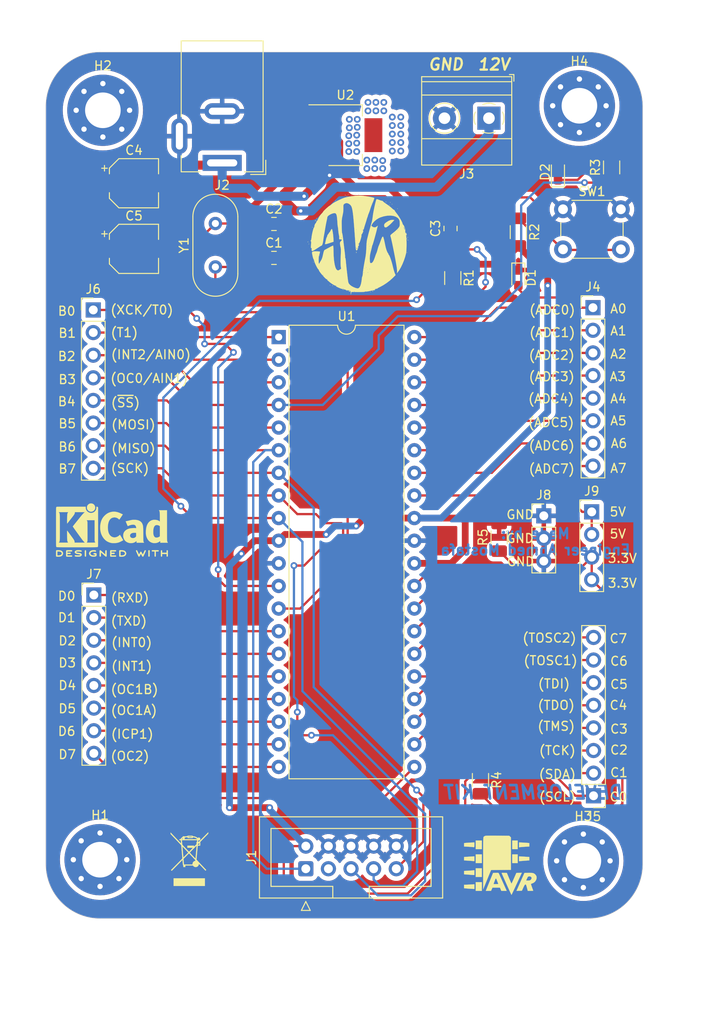
<source format=kicad_pcb>
(kicad_pcb (version 20221018) (generator pcbnew)
  (title_block (title "ATMEGA32 Development Board") (date "2022-02-13") (rev "V01") (company "Valeo") (comment 4 "Auther: Ahmed Mostafa"))
  (layers (0 "F.Cu" signal) (31 "B.Cu" signal) (34 "B.Paste" user) (35 "F.Paste" user) (36 "B.SilkS" user "B.Silkscreen") (37 "F.SilkS" user "F.Silkscreen") (38 "B.Mask" user) (39 "F.Mask" user) (44 "Edge.Cuts" user))
  (net 0 "")
  (net 1 "Net-(C1-Pad1)")
  (net 2 "GND")
  (net 3 "Net-(C2-Pad1)")
  (net 4 "RESET")
  (net 5 "VCCQ")
  (net 6 "VCC")
  (net 7 "Net-(D1-Pad2)")
  (net 8 "Net-(H1-Pad1)")
  (net 9 "Net-(H2-Pad1)")
  (net 10 "Net-(H3-Pad1)")
  (net 11 "Net-(H4-Pad1)")
  (net 12 "B5")
  (net 13 "Net-(J1-Pad3)")
  (net 14 "B7")
  (net 15 "B6")
  (net 16 "A7")
  (net 17 "A6")
  (net 18 "A5")
  (net 19 "A4")
  (net 20 "A3")
  (net 21 "A2")
  (net 22 "A1")
  (net 23 "A0")
  (net 24 "C7")
  (net 25 "C6")
  (net 26 "C5")
  (net 27 "C4")
  (net 28 "C3")
  (net 29 "C2")
  (net 30 "C1")
  (net 31 "C0")
  (net 32 "B4")
  (net 33 "B3")
  (net 34 "B2")
  (net 35 "B1")
  (net 36 "B0")
  (net 37 "D0")
  (net 38 "D1")
  (net 39 "D2")
  (net 40 "D3")
  (net 41 "D4")
  (net 42 "D5")
  (net 43 "D6")
  (net 44 "D7")
  (net 45 "Net-(D2-Pad1)")
  (net 46 "Net-(J9-Pad3)")
  (footprint "Capacitor_SMD:C_0805_2012Metric_Pad1.18x1.45mm_HandSolder" (layer "F.Cu") (at 136.3765 73.152)
    (fp_text reference "C1")
    (fp_text value "22pf")
  )
  (footprint "Capacitor_SMD:C_0805_2012Metric_Pad1.18x1.45mm_HandSolder" (layer "F.Cu") (at 156.21 69.85 90)
    (fp_text reference "C3")
    (fp_text value "100nf")
  )
  (footprint "Capacitor_SMD:CP_Elec_5x5.3" (layer "F.Cu") (at 120.65 64.77)
    (fp_text reference "C4")
    (fp_text value "10uf-25v")
  )
  (footprint "Capacitor_SMD:CP_Elec_5x5.3" (layer "F.Cu") (at 120.65 72.136)
    (fp_text reference "C5")
    (fp_text value "10uf-25v")
  )
  (footprint "MountingHole:MountingHole_4mm_Pad_Via" (layer "F.Cu") (at 116.84 140.716)
    (fp_text reference "H1")
    (fp_text value "MountingHole_Pad")
  )
  (footprint "MountingHole:MountingHole_4mm_Pad_Via" (layer "F.Cu") (at 117.1575 56.5785)
    (fp_text reference "H2")
    (fp_text value "MountingHole_Pad")
  )
  (footprint "MountingHole:MountingHole_4mm_Pad_Via" (layer "F.Cu") (at 171.1325 140.843)
    (fp_text reference "H3")
    (fp_text value "MountingHole_Pad")
  )
  (footprint "MountingHole:MountingHole_4mm_Pad_Via" (layer "F.Cu") (at 170.688 56.0705)
    (fp_text reference "H4")
    (fp_text value "MountingHole_Pad")
  )
  (footprint "Connector_IDC:IDC-Header_2x05_P2.54mm_Vertical" (layer "F.Cu") (at 139.954 141.732 90)
    (fp_text reference "J1")
    (fp_text value "AVR-ISP-10")
  )
  (footprint "TerminalBlock_Phoenix:TerminalBlock_Phoenix_MKDS-1,5-2_1x02_P5.00mm_Horizontal" (layer "F.Cu") (at 160.528 57.4675 180)
    (fp_text reference "J3")
    (fp_text value "Screw_Terminal_01x02")
  )
  (footprint "Connector_PinHeader_2.54mm:PinHeader_1x08_P2.54mm_Vertical" (layer "F.Cu") (at 172.212 78.74)
    (fp_text reference "J4")
    (fp_text value "Conn_01x08_Female")
  )
  (footprint "Connector_PinHeader_2.54mm:PinHeader_1x08_P2.54mm_Vertical" (layer "F.Cu") (at 172.2755 133.5405 180)
    (fp_text reference "J5")
    (fp_text value "Conn_01x08_Female")
  )
  (footprint "Connector_PinHeader_2.54mm:PinHeader_1x08_P2.54mm_Vertical" (layer "F.Cu") (at 116.078 78.994)
    (fp_text reference "J6")
    (fp_text value "Conn_01x08_Female")
  )
  (footprint "Connector_PinHeader_2.54mm:PinHeader_1x08_P2.54mm_Vertical" (layer "F.Cu") (at 116.1415 110.998)
    (fp_text reference "J7")
    (fp_text value "Conn_01x08_Female")
  )
  (footprint "Package_DIP:DIP-40_W15.24mm" (layer "F.Cu") (at 136.906 82.042)
    (fp_text reference "U1")
    (fp_text value "ATmega32A-PU")
  )
  (footprint "Crystal:Crystal_HC49-4H_Vertical" (layer "F.Cu") (at 129.794 74.168 90)
    (fp_text reference "Y1")
    (fp_text value "16MHz")
  )
  (footprint "Package_TO_SOT_SMD:SOT-223-3_TabPin2" (layer "F.Cu") (at 144.399 59.3725)
    (fp_text reference "U2")
    (fp_text value "AMS1117-5.0")
  )
  (footprint "Capacitor_SMD:C_0805_2012Metric_Pad1.18x1.45mm_HandSolder" (layer "F.Cu") (at 136.3765 69.342)
    (fp_text reference "C2")
    (fp_text value "22pf")
  )
  (footprint "Resistor_SMD:R_1206_3216Metric_Pad1.30x1.75mm_HandSolder" (layer "F.Cu") (at 163.83 70.257 -90)
    (fp_text reference "R2")
    (fp_text value "220")
  )
  (footprint "Button_Switch_THT:SW_PUSH_6mm" (layer "F.Cu") (at 168.8465 67.691)
    (fp_text reference "SW1")
    (fp_text value "SW_Push")
  )
  (footprint "Resistor_SMD:R_1206_3216Metric_Pad1.30x1.75mm_HandSolder" (layer "F.Cu") (at 156.464 75.412 -90)
    (fp_text reference "R1")
    (fp_text value "220")
  )
  (footprint "LED_SMD:LED_0603_1608Metric_Pad1.05x0.95mm_HandSolder" (layer "F.Cu") (at 163.83 75.3885 -90)
    (fp_text reference "D1")
    (fp_text value "Red")
  )
  (footprint "footprint_images:IMAGE5" (layer "F.Cu") (at 145.8595 71.5645)
    (fp_text reference "G***" hide)
    (fp_text value "LOGO" hide)
  )
  (footprint "Symbol:WEEE-Logo_4.2x6mm_SilkScreen" (layer "F.Cu") (at 126.873 140.6525)
    (fp_text reference "REF**" hide)
    (fp_text value "WEEE-Logo_4.2x6mm_SilkScreen" hide)
  )
  (footprint "footprint_images:IMAGE3" (layer "F.Cu") (at 161.798 141.351)
    (fp_text reference "G***" hide)
    (fp_text value "LOGO" hide)
  )
  (footprint "LED_SMD:LED_0603_1608Metric_Pad1.05x0.95mm_HandSolder" (layer "F.Cu") (at 168.275 63.514 90)
    (fp_text reference "D2")
    (fp_text value "BLUE")
  )
  (footprint "Resistor_SMD:R_1206_3216Metric_Pad1.30x1.75mm_HandSolder" (layer "F.Cu") (at 174.3075 62.992 90)
    (fp_text reference "R3")
    (fp_text value "220")
  )
  (footprint "Symbol:KiCad-Logo2_5mm_SilkScreen" (layer "F.Cu") (at 118.1735 103.6955)
    (fp_text reference "REF**" hide)
    (fp_text value "KiCad-Logo2_5mm_SilkScreen" hide)
  )
  (footprint "Connector_BarrelJack:BarrelJack_Wuerth_6941xx301002" (layer "F.Cu") (at 130.556 62.484 180)
    (fp_text reference "J2")
    (fp_text value "Barrel_Jack_Switch")
  )
  (footprint "Connector_PinHeader_2.54mm:PinHeader_1x03_P2.54mm_Vertical" (layer "F.Cu") (at 166.6875 102.108)
    (fp_text reference "J8")
    (fp_text value "GND")
  )
  (footprint "Connector_PinHeader_2.54mm:PinHeader_1x04_P2.54mm_Vertical" (layer "F.Cu") (at 172.0705 101.6635)
    (fp_text reference "J9")
    (fp_text value "5V and 3.3V")
  )
  (footprint "Resistor_SMD:R_1206_3216Metric_Pad1.30x1.75mm_HandSolder" (layer "F.Cu") (at 159.5755 131.7625 -90)
    (fp_text reference "R4")
    (fp_text value "R")
  )
  (footprint "Resistor_SMD:R_1206_3216Metric_Pad1.30x1.75mm_HandSolder" (layer "F.Cu") (at 161.671 104.521 90)
    (fp_text reference "R5")
    (fp_text value "R")
  )
  (gr_arc (start 171.704 50.038) (mid 176.014523 51.823477) (end 177.8 56.134) (stroke (width 0.05)) (layer "Edge.Cuts"))
  (gr_arc (start 110.744 56.134) (mid 112.529477 51.823477) (end 116.84 50.038) (stroke (width 0.05)) (layer "Edge.Cuts"))
  (gr_line (start 171.704 147.32) (end 116.84 147.32) (stroke (width 0.05)) (layer "Edge.Cuts"))
  (gr_line (start 110.744 141.224) (end 110.744 141.224) (stroke (width 0.05)) (layer "Edge.Cuts"))
  (gr_arc (start 116.84 147.32) (mid 112.529477 145.534523) (end 110.744 141.224) (stroke (width 0.05)) (layer "Edge.Cuts"))
  (gr_arc (start 177.8 141.224) (mid 176.014523 145.534523) (end 171.704 147.32) (stroke (width 0.05)) (layer "Edge.Cuts"))
  (gr_line (start 110.744 56.134) (end 110.744 141.224) (stroke (width 0.05)) (layer "Edge.Cuts"))
  (gr_line (start 171.704 50.038) (end 116.84 50.038) (stroke (width 0.05)) (layer "Edge.Cuts"))
  (gr_line (start 177.8 56.134) (end 177.8 141.224) (stroke (width 0.05)) (layer "Edge.Cuts"))
  (gr_text "Made by:\nEngineer Ahmed Mostafa" (at 165.735 105.029) (layer "B.Cu") (effects (font (size 1.143 1.143) (thickness 0.254)) (justify mirror)))
  (gr_text "DEVELOBMENT KIT" (at 165.608 133.1595) (layer "B.Cu") (effects (font (size 1.5 1.5) (thickness 0.3) italic) (justify mirror)))
  (gr_text "D7" (at 113.157 128.905) (layer "F.SilkS") (effects (font (size 1 1))))
  (gr_text "(OC2)" (at 120.2055 129.0955) (layer "F.SilkS") (effects (font (size 1 1))))
  (gr_text "(TOSC1)" (at 167.4495 118.364) (layer "F.SilkS") (effects (font (size 1 1))))
  (gr_text "GND" (at 164.0205 104.648) (layer "F.SilkS") (effects (font (size 1 1))))
  (gr_text "C1" (at 175.133 130.937) (layer "F.SilkS") (effects (font (size 1 1))))
  (gr_text "(SCL)" (at 168.2115 133.6675) (layer "F.SilkS") (effects (font (size 1 1))))
  (gr_text "(OC0/AIN1)" (at 122.3645 86.6775) (layer "F.SilkS") (effects (font (size 1 1))))
  (gr_text "A1" (at 175.0695 81.3435) (layer "F.SilkS") (effects (font (size 1 1))))
  (gr_text "D4" (at 113.157 121.158) (layer "F.SilkS") (effects (font (size 1 1))))
  (gr_text "D6" (at 113.0935 126.3015) (layer "F.SilkS") (effects (font (size 1 1))))
  (gr_text "D5" (at 113.157 123.7615) (layer "F.SilkS") (effects (font (size 1 1))))
  (gr_text "B0" (at 113.0935 79.121) (layer "F.SilkS") (effects (font (size 1 1))))
  (gr_text "C7" (at 175.0695 115.8875) (layer "F.SilkS") (effects (font (size 1 1))))
  (gr_text "(INT1)" (at 120.396 118.999) (layer "F.SilkS") (effects (font (size 1 1))))
  (gr_text "(XCK/T0)" (at 121.539 78.994) (layer "F.SilkS") (effects (font (size 1 1))))
  (gr_text "C5" (at 175.133 121.031) (layer "F.SilkS") (effects (font (size 1 1))))
  (gr_text "GND" (at 155.702 51.435) (layer "F.SilkS") (effects (font (size 1.27 1.27) (thickness 0.254) italic)))
  (gr_text "(ADC5)" (at 167.513 91.6305) (layer "F.SilkS") (effects (font (size 1 1))))
  (gr_text "C3" (at 175.133 126.0475) (layer "F.SilkS") (effects (font (size 1 1))))
  (gr_text "3.3V" (at 175.514 106.8705) (layer "F.SilkS") (effects (font (size 1 1))))
  (gr_text "(SDA)" (at 168.2115 131.1275) (layer "F.SilkS") (effects (font (size 1 1))))
  (gr_text "A4" (at 175.0695 88.9635) (layer "F.SilkS") (effects (font (size 1 1))))
  (gr_text "B6" (at 113.157 94.361) (layer "F.SilkS") (effects (font (size 1 1))))
  (gr_text "(TXD)" (at 120.0785 113.919) (layer "F.SilkS") (effects (font (size 1 1))))
  (gr_text "(ADC7)" (at 167.5765 96.8375) (layer "F.SilkS") (effects (font (size 1 1))))
  (gr_text "C0" (at 175.0695 133.6675) (layer "F.SilkS") (effects (font (size 1 1))))
  (gr_text "(TOSC2)" (at 167.3225 115.824) (layer "F.SilkS") (effects (font (size 1 1))))
  (gr_text "(MOSI)" (at 120.5865 91.8845) (layer "F.SilkS") (effects (font (size 1 1))))
  (gr_text "12V" (at 161.0995 51.435) (layer "F.SilkS") (effects (font (size 1.27 1.27) (thickness 0.254) italic)))
  (gr_text "(ICP1)" (at 120.4595 126.619) (layer "F.SilkS") (effects (font (size 1 1))))
  (gr_text "B5" (at 113.157 91.7575) (layer "F.SilkS") (effects (font (size 1 1))))
  (gr_text "A2" (at 175.0695 83.947) (layer "F.SilkS") (effects (font (size 1 1))))
  (gr_text "5V" (at 175.006 104.14) (layer "F.SilkS") (effects (font (size 1 1))))
  (gr_text "(MISO)" (at 120.5865 94.5515) (layer "F.SilkS") (effects (font (size 1 1))))
  (gr_text "(TDI)" (at 167.8305 120.9675) (layer "F.SilkS") (effects (font (size 1 1))))
  (gr_text "(TMS)" (at 168.0845 125.73) (layer "F.SilkS") (effects (font (size 1 1))))
  (gr_text "GND" (at 164.084 107.2515) (layer "F.SilkS") (effects (font (size 1 1))))
  (gr_text "B1" (at 113.157 81.5975) (layer "F.SilkS") (effects (font (size 1 1))))
  (gr_text "(RXD)" (at 120.2055 111.3155) (layer "F.SilkS") (effects (font (size 1 1))))
  (gr_text "(OC1A)" (at 120.65 123.952) (layer "F.SilkS") (effects (font (size 1 1))))
  (gr_text "A0" (at 175.0695 78.867) (layer "F.SilkS") (effects (font (size 1 1))))
  (gr_text "D1" (at 113.0935 113.538) (layer "F.SilkS") (effects (font (size 1 1))))
  (gr_text "5V" (at 175.006 101.6635) (layer "F.SilkS") (effects (font (size 1 1))))
  (gr_text "D0" (at 113.0935 111.125) (layer "F.SilkS") (effects (font (size 1 1))))
  (gr_text "(SCK)" (at 120.2055 96.774) (layer "F.SilkS") (effects (font (size 1 1))))
  (gr_text "(INT0)" (at 120.396 116.332) (layer "F.SilkS") (effects (font (size 1 1))))
  (gr_text "B4" (at 113.0935 89.281) (layer "F.SilkS") (effects (font (size 1 1))))
  (gr_text "(ADC2)" (at 167.5765 84.074) (layer "F.SilkS") (effects (font (size 1 1))))
  (gr_text "(INT2/AIN0)" (at 122.555 84.0105) (layer "F.SilkS") (effects (font (size 1 1))))
  (gr_text "GND" (at 164.0205 101.981) (layer "F.SilkS") (effects (font (size 1 1))))
  (gr_text "D2" (at 113.157 116.1415) (layer "F.SilkS") (effects (font (size 1 1))))
  (gr_text "B7" (at 113.157 96.8375) (layer "F.SilkS") (effects (font (size 1 1))))
  (gr_text "(ADC3)" (at 167.5765 86.487) (layer "F.SilkS") (effects (font (size 1 1))))
  (gr_text "(~{SS})" (at 119.6975 89.408) (layer "F.SilkS") (effects (font (size 1 1))))
  (gr_text "C2" (at 175.133 128.397) (layer "F.SilkS") (effects (font (size 1 1))))
  (gr_text "C4" (at 175.0695 123.3805) (layer "F.SilkS") (effects (font (size 1 1))))
  (gr_text "A3" (at 175.006 86.487) (layer "F.SilkS") (effects (font (size 1 1))))
  (gr_text "A6" (at 175.133 93.98) (layer "F.SilkS") (effects (font (size 1 1))))
  (gr_text "(ADC4)" (at 167.513 88.9635) (layer "F.SilkS") (effects (font (size 1 1))))
  (gr_text "3.3V" (at 175.514 109.6645) (layer "F.SilkS") (effects (font (size 1 1))))
  (gr_text "(ADC1)" (at 167.64 81.534) (layer "F.SilkS") (effects (font (size 1 1))))
  (gr_text "(TDO)" (at 168.0845 123.3805) (layer "F.SilkS") (effects (font (size 1 1))))
  (gr_text "(ADC6)" (at 167.5765 94.234) (layer "F.SilkS") (effects (font (size 1 1))))
  (gr_text "(T1)" (at 119.5705 81.534) (layer "F.SilkS") (effects (font (size 1 1))))
  (gr_text "A7" (at 175.0695 96.774) (layer "F.SilkS") (effects (font (size 1 1))))
  (gr_text "D3" (at 113.157 118.618) (layer "F.SilkS") (effects (font (size 1 1))))
  (gr_text "(TCK)" (at 168.2115 128.4605) (layer "F.SilkS") (effects (font (size 1 1))))
  (gr_text "B2" (at 113.0935 84.201) (layer "F.SilkS") (effects (font (size 1 1))))
  (gr_text "B3" (at 113.157 86.8045) (layer "F.SilkS") (effects (font (size 1 1))))
  (gr_text "(ADC0)" (at 167.64 78.994) (layer "F.SilkS") (effects (font (size 1 1))))
  (gr_text "A5" (at 175.0695 91.44) (layer "F.SilkS") (effects (font (size 1 1))))
  (gr_text "(OC1B)" (at 120.7135 121.6025) (layer "F.SilkS") (effects (font (size 1 1))))
  (gr_text "C6" (at 175.133 118.4275) (layer "F.SilkS") (effects (font (size 1 1))))
  (via (at 150.622 57.3405) (size 0.762) (drill 0.381) (layers "F.Cu" "B.Cu") (net 0))
  (via (at 148.59 62.23) (size 0.762) (drill 0.381) (layers "F.Cu" "B.Cu") (net 0))
  (via (at 145.669 61.214) (size 0.762) (drill 0.381) (layers "F.Cu" "B.Cu") (net 0))
  (via (at 145.7325 58.4835) (size 0.762) (drill 0.381) (layers "F.Cu" "B.Cu") (net 0))
  (via (at 150.622 58.293) (size 0.762) (drill 0.381) (layers "F.Cu" "B.Cu") (net 0))
  (via (at 149.6695 59.2455) (size 0.762) (drill 0.381) (layers "F.Cu" "B.Cu") (net 0))
  (via (at 149.6695 60.198) (size 0.762) (drill 0.381) (layers "F.Cu" "B.Cu") (net 0))
  (via (at 145.7325 57.5945) (size 0.762) (drill 0.381) (layers "F.Cu" "B.Cu") (net 0))
  (via (at 147.828 55.6895) (size 0.762) (drill 0.381) (layers "F.Cu" "B.Cu") (net 0))
  (via (at 149.6695 58.293) (size 0.762) (drill 0.381) (layers "F.Cu" "B.Cu") (net 0))
  (via (at 144.78 59.436) (size 0.762) (drill 0.381) (layers "F.Cu" "B.Cu") (net 0))
  (via (at 150.622 59.2455) (size 0.762) (drill 0.381) (layers "F.Cu" "B.Cu") (net 0))
  (via (at 148.717 55.6895) (size 0.762) (drill 0.381) (layers "F.Cu" "B.Cu") (net 0))
  (via (at 148.59 63.119) (size 0.762) (drill 0.381) (layers "F.Cu" "B.Cu") (net 0))
  (via (at 150.622 60.198) (size 0.762) (drill 0.381) (layers "F.Cu" "B.Cu") (net 0))
  (via (at 145.669 60.2615) (size 0.762) (drill 0.381) (layers "F.Cu" "B.Cu") (net 0))
  (via (at 144.8435 57.5945) (size 0.762) (drill 0.381) (layers "F.Cu" "B.Cu") (net 0))
  (via (at 146.812 63.119) (size 0.762) (drill 0.381) (layers "F.Cu" "B.Cu") (net 0))
  (via (at 144.78 60.325) (size 0.762) (drill 0.381) (layers "F.Cu" "B.Cu") (net 0))
  (via (at 145.669 59.3725) (size 0.762) (drill 0.381) (layers "F.Cu" "B.Cu") (net 0))
  (via (at 146.812 62.1665) (size 0.762) (drill 0.381) (layers "F.Cu" "B.Cu") (net 0))
  (via (at 149.6695 57.3405) (size 0.762) (drill 0.381) (layers "F.Cu" "B.Cu") (net 0))
  (via (at 147.701 63.119) (size 0.762) (drill 0.381) (layers "F.Cu" "B.Cu") (net 0))
  (via (at 146.939 56.642) (size 0.762) (drill 0.381) (layers "F.Cu" "B.Cu") (net 0))
  (via (at 147.701 62.1665) (size 0.762) (drill 0.381) (layers "F.Cu" "B.Cu") (net 0))
  (via (at 144.8435 58.547) (size 0.762) (drill 0.381) (layers "F.Cu" "B.Cu") (net 0))
  (via (at 146.939 55.6895) (size 0.762) (drill 0.381) (layers "F.Cu" "B.Cu") (net 0))
  (via (at 150.622 61.1505) (size 0.762) (drill 0.381) (layers "F.Cu" "B.Cu") (net 0))
  (via (at 144.78 61.214) (size 0.762) (drill 0.381) (layers "F.Cu" "B.Cu") (net 0))
  (via (at 147.828 56.642) (size 0.762) (drill 0.381) (layers "F.Cu" "B.Cu") (net 0))
  (via (at 149.6695 61.1505) (size 0.762) (drill 0.381) (layers "F.Cu" "B.Cu") (net 0))
  (via (at 148.717 56.642) (size 0.762) (drill 0.381) (layers "F.Cu" "B.Cu") (net 0))
  (segment (start 139.192 79.248) (end 144.65301 84.70901) (width 0.254) (layer "F.Cu") (net 1))
  (segment (start 144.65301 107.18801) (end 139.31902 112.522) (width 0.254) (layer "F.Cu") (net 1))
  (segment (start 129.794 74.168) (end 134.323 74.168) (width 0.254) (layer "F.Cu") (net 1))
  (segment (start 139.31902 112.522) (end 136.906 112.522) (width 0.254) (layer "F.Cu") (net 1))
  (segment (start 134.323 74.168) (end 135.339 73.152) (width 0.254) (layer "F.Cu") (net 1))
  (segment (start 129.794 74.168) (end 129.794 76.962) (width 0.254) (layer "F.Cu") (net 1))
  (segment (start 144.65301 84.70901) (end 144.65301 107.18801) (width 0.254) (layer "F.Cu") (net 1))
  (segment (start 132.08 79.248) (end 139.192 79.248) (width 0.254) (layer "F.Cu") (net 1))
  (segment (start 129.794 76.962) (end 132.08 79.248) (width 0.254) (layer "F.Cu") (net 1))
  (via (at 142.621 63.881) (size 0.762) (drill 0.381) (layers "F.Cu" "B.Cu") (net 2))
  (segment (start 130.1115 108.1405) (end 130.1115 109.22) (width 0.254) (layer "F.Cu") (net 3))
  (segment (start 129.794 69.288) (end 125.603 73.479) (width 0.254) (layer "F.Cu") (net 3))
  (segment (start 129.794 69.288) (end 132.515 69.288) (width 0.254) (layer "F.Cu") (net 3))
  (segment (start 130.8735 109.982) (end 136.906 109.982) (width 0.254) (layer "F.Cu") (net 3))
  (segment (start 125.603 77.851) (end 127.6985 79.9465) (width 0.254) (layer "F.Cu") (net 3))
  (segment (start 134.704 68.707) (end 135.339 69.342) (width 0.254) (layer "F.Cu") (net 3))
  (segment (start 133.096 68.707) (end 134.704 68.707) (width 0.254) (layer "F.Cu") (net 3))
  (segment (start 125.603 73.479) (end 125.603 77.851) (width 0.254) (layer "F.Cu") (net 3))
  (segment (start 130.1115 109.22) (end 130.8735 109.982) (width 0.254) (layer "F.Cu") (net 3))
  (segment (start 130.8735 82.804) (end 131.826 83.7565) (width 0.254) (layer "F.Cu") (net 3))
  (segment (start 128.5875 82.804) (end 130.8735 82.804) (width 0.254) (layer "F.Cu") (net 3))
  (segment (start 132.515 69.288) (end 133.096 68.707) (width 0.254) (layer "F.Cu") (net 3))
  (via (at 131.826 83.7565) (size 0.762) (drill 0.381) (layers "F.Cu" "B.Cu") (net 3))
  (via (at 127.6985 79.9465) (size 0.762) (drill 0.381) (layers "F.Cu" "B.Cu") (net 3))
  (via (at 128.5875 82.804) (size 0.762) (drill 0.381) (layers "F.Cu" "B.Cu") (net 3))
  (via (at 130.1115 108.1405) (size 0.762) (drill 0.381) (layers "F.Cu" "B.Cu") (net 3))
  (segment (start 131.826 83.7565) (end 130.1115 85.471) (width 0.254) (layer "B.Cu") (net 3))
  (segment (start 127.6985 79.9465) (end 128.5875 80.8355) (width 0.254) (layer "B.Cu") (net 3))
  (segment (start 130.1115 85.471) (end 130.1115 108.1405) (width 0.254) (layer "B.Cu") (net 3))
  (segment (start 128.5875 80.8355) (end 128.5875 82.804) (width 0.254) (layer "B.Cu") (net 3))
  (segment (start 160.147 76.3905) (end 160.147 75.8825) (width 0.254) (layer "F.Cu") (net 4))
  (segment (start 159.512 70.358) (end 158.9825 70.8875) (width 0.254) (layer "F.Cu") (net 4))
  (segment (start 156.21 71.882) (end 156.21 70.8875) (width 0.254) (layer "F.Cu") (net 4))
  (segment (start 168.8465 72.2545) (end 165.7985 69.2065) (width 0.254) (layer "F.Cu") (net 4))
  (segment (start 165.7985 66.9925) (end 165.1635 66.3575) (width 0.254) (layer "F.Cu") (net 4))
  (segment (start 127.254 102.362) (end 125.9205 101.0285) (width 0.254) (layer "F.Cu") (net 4))
  (segment (start 175.3465 72.2545) (end 168.8465 72.2545) (width 0.254) (layer "F.Cu") (net 4))
  (segment (start 156.464 76.962) (end 159.5755 76.962) (width 0.254) (layer "F.Cu") (net 4))
  (segment (start 153.289 76.962) (end 156.464 76.962) (width 0.254) (layer "F.Cu") (net 4))
  (segment (start 165.7985 69.2065) (end 165.7985 66.9925) (width 0.254) (layer "F.Cu") (net 4))
  (segment (start 165.1635 66.3575) (end 160.8455 66.3575) (width 0.254) (layer "F.Cu") (net 4))
  (segment (start 152.4 77.851) (end 153.289 76.962) (width 0.254) (layer "F.Cu") (net 4))
  (segment (start 160.8455 66.3575) (end 159.512 67.691) (width 0.254) (layer "F.Cu") (net 4))
  (segment (start 159.1945 72.1995) (end 156.5275 72.1995) (width 0.254) (layer "F.Cu") (net 4))
  (segment (start 156.5275 72.1995) (end 156.21 71.882) (width 0.254) (layer "F.Cu") (net 4))
  (segment (start 159.5755 76.962) (end 160.147 76.3905) (width 0.254) (layer "F.Cu") (net 4))
  (segment (start 136.906 102.362) (end 127.254 102.362) (width 0.254) (layer "F.Cu") (net 4))
  (segment (start 158.9825 70.8875) (end 156.21 70.8875) (width 0.254) (layer "F.Cu") (net 4))
  (segment (start 159.512 67.691) (end 159.512 70.358) (width 0.254) (layer "F.Cu") (net 4))
  (via (at 125.9205 101.0285) (size 0.762) (drill 0.381) (layers "F.Cu" "B.Cu") (net 4))
  (via (at 152.4 77.851) (size 0.762) (drill 0.381) (layers "F.Cu" "B.Cu") (net 4))
  (via (at 159.1945 72.1995) (size 0.762) (drill 0.381) (layers "F.Cu" "B.Cu") (net 4))
  (via (at 160.147 75.8825) (size 0.762) (drill 0.381) (layers "F.Cu" "B.Cu") (net 4))
  (segment (start 151.765 144.7165) (end 153.3525 143.129) (width 0.254) (layer "B.Cu") (net 4))
  (segment (start 160.147 73.152) (end 159.1945 72.1995) (width 0.254) (layer "B.Cu") (net 4))
  (segment (start 139.573 105.029) (end 136.906 102.362) (width 0.254) (layer "B.Cu") (net 4))
  (segment (start 160.147 75.8825) (end 160.147 73.152) (width 0.254) (layer "B.Cu") (net 4))
  (segment (start 134.8105 77.978) (end 152.273 77.978) (width 0.254) (layer "B.Cu") (net 4))
  (segment (start 148.0185 144.7165) (end 151.765 144.7165) (width 0.254) (layer "B.Cu") (net 4))
  (segment (start 139.573 121.793) (end 139.573 105.029) (width 0.254) (layer "B.Cu") (net 4))
  (segment (start 123.952 88.8365) (end 134.8105 77.978) (width 0.254) (layer "B.Cu") (net 4))
  (segment (start 153.3525 143.129) (end 153.3525 135.5725) (width 0.254) (layer "B.Cu") (net 4))
  (segment (start 125.9205 101.0285) (end 123.952 99.06) (width 0.254) (layer "B.Cu") (net 4))
  (segment (start 153.3525 135.5725) (end 139.573 121.793) (width 0.254) (layer "B.Cu") (net 4))
  (segment (start 152.273 77.978) (end 152.4 77.851) (width 0.254) (layer "B.Cu") (net 4))
  (segment (start 123.952 99.06) (end 123.952 88.8365) (width 0.254) (layer "B.Cu") (net 4))
  (segment (start 145.034 141.732) (end 148.0185 144.7165) (width 0.254) (layer "B.Cu") (net 4))
  (segment (start 138.7475 67.8815) (end 137.4775 66.6115) (width 1.016) (layer "F.Cu") (net 5))
  (segment (start 139.319 61.976) (end 139.6225 61.6725) (width 1.016) (layer "F.Cu") (net 5))
  (segment (start 118.45 64.77) (end 120.482 62.738) (width 1.016) (layer "F.Cu") (net 5))
  (segment (start 137.4775 66.6115) (end 137.4775 65.9765) (width 1.016) (layer "F.Cu") (net 5))
  (segment (start 139.319 64.135) (end 139.319 61.976) (width 1.016) (layer "F.Cu") (net 5))
  (segment (start 141.249 61.6725) (end 141.249 64.745) (width 1.016) (layer "F.Cu") (net 5))
  (segment (start 139.3825 67.8815) (end 138.7475 67.8815) (width 1.016) (layer "F.Cu") (net 5))
  (segment (start 139.6225 61.6725) (end 141.249 61.6725) (width 1.016) (layer "F.Cu") (net 5))
  (segment (start 130.302 62.738) (end 130.556 62.484) (width 1.016) (layer "F.Cu") (net 5))
  (segment (start 137.4775 65.9765) (end 139.319 64.135) (width 1.016) (layer "F.Cu") (net 5))
  (segment (start 141.249 64.745) (end 139.7635 66.2305) (width 1.016) (layer "F.Cu") (net 5))
  (segment (start 120.482 62.738) (end 130.302 62.738) (width 1.016) (layer "F.Cu") (net 5))
  (via (at 139.3825 67.8815) (size 0.762) (drill 0.381) (layers "F.Cu" "B.Cu") (net 5))
  (via (at 139.7635 66.2305) (size 0.762) (drill 0.381) (layers "F.Cu" "B.Cu") (net 5))
  (segment (start 139.7635 66.2305) (end 134.4295 66.2305) (width 1.016) (layer "B.Cu") (net 5))
  (segment (start 140.589 67.8815) (end 139.3825 67.8815) (width 1.016) (layer "B.Cu") (net 5))
  (segment (start 143.256 65.2145) (end 140.589 67.8815) (width 1.016) (layer "B.Cu") (net 5))
  (segment (start 130.556 65.151) (end 130.556 62.484) (width 1.016) (layer "B.Cu") (net 5))
  (segment (start 160.528 57.4675) (end 160.528 59.309) (width 1.016) (layer "B.Cu") (net 5))
  (segment (start 130.7465 65.3415) (end 130.556 65.151) (width 1.016) (layer "B.Cu") (net 5))
  (segment (start 154.6225 65.2145) (end 143.256 65.2145) (width 1.016) (layer "B.Cu") (net 5))
  (segment (start 133.5405 65.3415) (end 130.7465 65.3415) (width 1.016) (layer "B.Cu") (net 5))
  (segment (start 134.4295 66.2305) (end 133.5405 65.3415) (width 1.016) (layer "B.Cu") (net 5))
  (segment (start 160.528 59.309) (end 154.6225 65.2145) (width 1.016) (layer "B.Cu") (net 5))
  (segment (start 157.861 138.049) (end 151.384 144.526) (width 0.254) (layer "F.Cu") (net 6))
  (segment (start 152.146 102.362) (end 146.4945 102.362) (width 0.762) (layer "F.Cu") (net 6))
  (segment (start 146.4945 102.362) (end 145.6055 103.251) (width 0.762) (layer "F.Cu") (net 6))
  (segment (start 157.861 102.743) (end 157.48 102.362) (width 0.762) (layer "F.Cu") (net 6))
  (segment (start 167.132 76.2635) (end 167.132 75.109) (width 0.762) (layer "F.Cu") (net 6))
  (segment (start 161.775 73.862) (end 163.83 71.807) (width 0.762) (layer "F.Cu") (net 6))
  (segment (start 142.24 104.2035) (end 137.6045 104.2035) (width 0.762) (layer "F.Cu") (net 6))
  (segment (start 154.4435 73.862) (end 156.464 73.862) (width 0.762) (layer "F.Cu") (net 6))
  (segment (start 143.011 59.3725) (end 143.763999 60.125499) (width 0.762) (layer "F.Cu") (net 6))
  (segment (start 171.0055 101.6635) (end 168.8465 99.5045) (width 0.254) (layer "F.Cu") (net 6))
  (segment (start 156.2735 107.442) (end 157.861 105.8545) (width 0.762) (layer "F.Cu") (net 6))
  (segment (start 151.384 144.526) (end 137.9855 144.526) (width 0.254) (layer "F.Cu") (net 6))
  (segment (start 172.0705 104.2035) (end 172.0705 101.6635) (width 0.254) (layer "F.Cu") (net 6))
  (segment (start 157.861 131.927) (end 157.861 138.049) (width 0.254) (layer "F.Cu") (net 6))
  (segment (start 159.51199 100.33001) (end 157.48 102.362) (width 0.254) (layer "F.Cu") (net 6))
  (segment (start 134.1755 104.902) (end 136.906 104.902) (width 0.762) (layer "F.Cu") (net 6))
  (segment (start 137.4775 144.018) (end 137.4775 139.827) (width 0.254) (layer "F.Cu") (net 6))
  (segment (start 143.763999 60.125499) (end 143.763999 63.499999) (width 0.762) (layer "F.Cu") (net 6))
  (segment (start 134.0485 67.3735) (end 123.2125 67.3735) (width 0.762) (layer "F.Cu") (net 6))
  (segment (start 136.779 62.0805) (end 136.779 64.643) (width 0.762) (layer "F.Cu") (net 6))
  (segment (start 136.779 64.643) (end 134.0485 67.3735) (width 0.762) (layer "F.Cu") (net 6))
  (segment (start 132.715 106.3625) (end 134.1755 104.902) (width 0.762) (layer "F.Cu") (net 6))
  (segment (start 138.1125 139.192) (end 139.954 139.192) (width 0.254) (layer "F.Cu") (net 6))
  (segment (start 172.0705 101.6635) (end 171.0055 101.6635) (width 0.254) (layer "F.Cu") (net 6))
  (segment (start 149.2885 65.2145) (end 153.035 68.961) (width 0.762) (layer "F.Cu") (net 6))
  (segment (start 167.132 75.109) (end 163.83 71.807) (width 0.762) (layer "F.Cu") (net 6))
  (segment (start 137.9855 144.526) (end 137.4775 144.018) (width 0.254) (layer "F.Cu") (net 6))
  (segment (start 141.249 59.3725) (end 139.487 59.3725) (width 0.762) (layer "F.Cu") (net 6))
  (segment (start 137.6045 104.2035) (end 136.906 104.902) (width 0.762) (layer "F.Cu") (net 6))
  (segment (start 141.249 59.3725) (end 143.011 59.3725) (width 0.762) (layer "F.Cu") (net 6))
  (segment (start 153.035 72.4535) (end 154.4435 73.862) (width 0.762) (layer "F.Cu") (net 6))
  (segment (start 143.763999 63.499999) (end 145.4785 65.2145) (width 0.762) (layer "F.Cu") (net 6))
  (segment (start 157.861 105.8545) (end 157.861 102.743) (width 0.762) (layer "F.Cu") (net 6))
  (segment (start 135.89 134.874) (end 131.3815 134.874) (width 0.762) (layer "F.Cu") (net 6))
  (segment (start 123.2125 67.3735) (end 118.45 72.136) (width 0.762) (layer "F.Cu") (net 6))
  (segment (start 145.4785 65.2145) (end 149.2885 65.2145) (width 0.762) (layer "F.Cu") (net 6))
  (segment (start 168.02099 100.33001) (end 159.51199 100.33001) (width 0.254) (layer "F.Cu") (net 6))
  (segment (start 156.464 73.862) (end 161.775 73.862) (width 0.762) (layer "F.Cu") (net 6))
  (segment (start 159.5755 130.2125) (end 157.861 131.927) (width 0.254) (layer "F.Cu") (net 6))
  (segment (start 139.487 59.3725) (end 136.779 62.0805) (width 0.762) (layer "F.Cu") (net 6))
  (segment (start 137.414 104.394) (end 136.906 104.902) (width 0.254) (layer "F.Cu") (net 6))
  (segment (start 168.8465 99.5045) (end 168.02099 100.33001) (width 0.254) (layer "F.Cu") (net 6))
  (segment (start 157.48 102.362) (end 152.146 102.362) (width 0.762) (layer "F.Cu") (net 6))
  (segment (start 137.4775 139.827) (end 138.1125 139.192) (width 0.254) (layer "F.Cu") (net 6))
  (segment (start 152.146 107.442) (end 156.2735 107.442) (width 0.762) (layer "F.Cu") (net 6))
  (segment (start 153.035 68.961) (end 153.035 72.4535) (width 0.762) (layer "F.Cu") (net 6))
  (via (at 145.6055 103.251) (size 0.762) (drill 0.381) (layers "F.Cu" "B.Cu") (net 6))
  (via (at 135.89 134.874) (size 0.762) (drill 0.381) (layers "F.Cu" "B.Cu") (net 6))
  (via (at 142.24 104.2035) (size 0.762) (drill 0.381) (layers "F.Cu" "B.Cu") (net 6))
  (via (at 132.715 106.3625) (size 0.762) (drill 0.381) (layers "F.Cu" "B.Cu") (net 6))
  (via (at 131.3815 134.874) (size 0.762) (drill 0.381) (layers "F.Cu" "B.Cu") (net 6))
  (via (at 167.132 76.2635) (size 0.762) (drill 0.381) (layers "F.Cu" "B.Cu") (net 6))
  (segment (start 131.3815 134.874) (end 131.3815 107.696) (width 0.762) (layer "B.Cu") (net 6))
  (segment (start 143.1925 103.251) (end 142.24 104.2035) (width 0.762) (layer "B.Cu") (net 6))
  (segment (start 145.6055 103.251) (end 143.1925 103.251) (width 0.762) (layer "B.Cu") (net 6))
  (segment (start 152.146 102.362) (end 155.194 102.362) (width 0.762) (layer "B.Cu") (net 6))
  (segment (start 155.194 102.362) (end 167.132 90.424) (width 0.762) (layer "B.Cu") (net 6))
  (segment (start 135.89 135.128) (end 135.89 134.874) (width 0.254) (layer "B.Cu") (net 6))
  (segment (start 139.954 139.192) (end 135.89 135.128) (width 0.762) (layer "B.Cu") (net 6))
  (segment (start 131.3815 107.696) (end 132.715 106.3625) (width 0.762) (layer "B.Cu") (net 6))
  (segment (start 167.132 90.424) (end 167.132 76.2635) (width 0.762) (layer "B.Cu") (net 6))
  (segment (start 164.7825 77.597) (end 168.148 77.597) (width 0.254) (layer "F.Cu") (net 7))
  (segment (start 166.0525 72.1995) (end 166.0525 70.9295) (width 0.254) (layer "F.Cu") (net 7))
  (segment (start 163.83 76.2635) (end 163.83 76.6445) (width 0.254) (layer "F.Cu") (net 7))
  (segment (start 168.148 77.597) (end 168.91 76.835) (width 0.254) (layer "F.Cu") (net 7))
  (segment (start 168.91 76.835) (end 168.91 75.057) (width 0.254) (layer "F.Cu") (net 7))
  (segment (start 163.83 76.6445) (end 164.7825 77.597) (width 0.254) (layer "F.Cu") (net 7))
  (segment (start 168.91 75.057) (end 166.0525 72.1995) (width 0.254) (layer "F.Cu") (net 7))
  (segment (start 166.0525 70.9295) (end 163.83 68.707) (width 0.254) (layer "F.Cu") (net 7))
  (segment (start 116.078 91.694) (end 124.2695 91.694) (width 0.254) (layer "F.Cu") (net 12))
  (segment (start 124.2695 91.694) (end 127.3175 94.742) (width 0.254) (layer "F.Cu") (net 12))
  (segment (start 127.3175 94.742) (end 136.906 94.742) (width 0.254) (layer "F.Cu") (net 12))
  (segment (start 135.382 94.742) (end 136.906 94.742) (width 0.254) (layer "B.Cu") (net 12))
  (segment (start 134.0485 96.0755) (end 135.382 94.742) (width 0.254) (layer "B.Cu") (net 12))
  (segment (start 134.0485 140.208) (end 134.0485 96.0755) (width 0.254) (layer "B.Cu") (net 12))
  (segment (start 139.954 141.732) (end 135.5725 141.732) (width 0.254) (layer "B.Cu") (net 12))
  (segment (start 135.5725 141.732) (end 134.0485 140.208) (width 0.254) (layer "B.Cu") (net 12))
  (segment (start 141.097 101.9175) (end 139.0015 101.9175) (width 0.254) (layer "F.Cu") (net 14))
  (segment (start 143.129 105.3465) (end 144.145 104.3305) (width 0.254) (layer "F.Cu") (net 14))
  (segment (start 144.145 104.3305) (end 144.145 103.124) (width 0.254) (layer "F.Cu") (net 14))
  (segment (start 123.825 96.774) (end 126.873 99.822) (width 0.254) (layer "F.Cu") (net 14))
  (segment (start 139.0015 126.0475) (end 139.0015 124.1425) (width 0.254) (layer "F.Cu") (net 14))
  (segment (start 116.078 96.774) (end 123.825 96.774) (width 0.254) (layer "F.Cu") (net 14))
  (segment (start 142.113 102.9335) (end 141.097 101.9175) (width 0.254) (layer "F.Cu") (net 14))
  (segment (start 138.6205 107.696) (end 139.7635 107.696) (width 0.254) (layer "F.Cu") (net 14))
  (segment (start 126.873 99.822) (end 136.906 99.822) (width 0.254) (layer "F.Cu") (net 14))
  (segment (start 143.9545 102.9335) (end 142.113 102.9335) (width 0.254) (layer "F.Cu") (net 14))
  (segment (start 139.0015 101.9175) (end 136.906 99.822) (width 0.254) (layer "F.Cu") (net 14))
  (segment (start 139.7635 107.696) (end 142.113 105.3465) (width 0.254) (layer "F.Cu") (net 14))
  (segment (start 140.589 126.746) (end 139.7 126.746) (width 0.254) (layer "F.Cu") (net 14))
  (segment (start 142.113 105.3465) (end 143.129 105.3465) (width 0.254) (layer "F.Cu") (net 14))
  (segment (start 139.7 126.746) (end 139.0015 126.0475) (width 0.254) (layer "F.Cu") (net 14))
  (segment (start 144.145 103.124) (end 143.9545 102.9335) (width 0.254) (layer "F.Cu") (net 14))
  (via (at 140.589 126.746) (size 0.762) (drill 0.381) (layers "F.Cu" "B.Cu") (net 14))
  (via (at 138.6205 107.696) (size 0.762) (drill 0.381) (layers "F.Cu" "B.Cu") (net 14))
  (via (at 139.0015 124.1425) (size 0.762) (drill 0.381) (layers "F.Cu" "B.Cu") (net 14))
  (segment (start 138.6205 122.428) (end 138.6205 107.696) (width 0.254) (layer "B.Cu") (net 14))
  (segment (start 152.4635 142.0495) (end 152.4635 136.2075) (width 0.254) (layer "B.Cu") (net 14))
  (segment (start 147.574 142.9385) (end 148.2725 143.637) (width 0.254) (layer "B.Cu") (net 14))
  (segment (start 152.4635 136.2075) (end 143.002 126.746) (width 0.254) (layer "B.Cu") (net 14))
  (segment (start 148.2725 143.637) (end 150.876 143.637) (width 0.254) (layer "B.Cu") (net 14))
  (segment (start 139.0015 122.809) (end 138.6205 122.428) (width 0.254) (layer "B.Cu") (net 14))
  (segment (start 139.0015 124.1425) (end 139.0015 122.809) (width 0.254) (layer "B.Cu") (net 14))
  (segment (start 150.876 143.637) (end 152.4635 142.0495) (width 0.254) (layer "B.Cu") (net 14))
  (segment (start 147.574 141.732) (end 147.574 142.9385) (width 0.254) (layer "B.Cu") (net 14))
  (segment (start 143.002 126.746) (end 140.589 126.746) (width 0.254) (layer "B.Cu") (net 14))
  (segment (start 153.162 138.684) (end 153.162 133.6675) (width 0.254) (layer "F.Cu") (net 15))
  (segment (start 127.1905 97.282) (end 136.906 97.282) (width 0.254) (layer "F.Cu") (net 15))
  (segment (start 124.1425 94.234) (end 127.1905 97.282) (width 0.254) (layer "F.Cu") (net 15))
  (segment (start 150.114 141.732) (end 153.162 138.684) (width 0.254) (layer "F.Cu") (net 15))
  (segment (start 116.078 94.234) (end 124.1425 94.234) (width 0.254) (layer "F.Cu") (net 15))
  (segment (start 153.162 133.6675) (end 152.4 132.9055) (width 0.254) (layer "F.Cu") (net 15))
  (via (at 152.4 132.9055) (size 0.762) (drill 0.381) (layers "F.Cu" "B.Cu") (net 15))
  (segment (start 140.843 101.219) (end 136.906 97.282) (width 0.254) (layer "B.Cu") (net 15))
  (segment (start 152.4 132.9055) (end 140.843 121.3485) (width 0.254) (layer "B.Cu") (net 15))
  (segment (start 140.843 121.3485) (end 140.843 101.219) (width 0.254) (layer "B.Cu") (net 15))
  (segment (start 160.9725 99.822) (end 152.146 99.822) (width 0.254) (layer "F.Cu") (net 16))
  (segment (start 172.212 96.52) (end 164.2745 96.52) (width 0.254) (layer "F.Cu") (net 16))
  (segment (start 164.2745 96.52) (end 160.9725 99.822) (width 0.254) (layer "F.Cu") (net 16))
  (segment (start 164.1475 93.98) (end 160.8455 97.282) (width 0.254) (layer "F.Cu") (net 17))
  (segment (start 160.8455 97.282) (end 152.146 97.282) (width 0.254) (layer "F.Cu") (net 17))
  (segment (start 172.212 93.98) (end 164.1475 93.98) (width 0.254) (layer "F.Cu") (net 17))
  (segment (start 172.212 91.44) (end 163.576 91.44) (width 0.254) (layer "F.Cu") (net 18))
  (segment (start 160.274 94.742) (end 152.146 94.742) (width 0.254) (layer "F.Cu") (net 18))
  (segment (start 163.576 91.44) (end 160.274 94.742) (width 0.254) (layer "F.Cu") (net 18))
  (segment (start 163.2585 88.9) (end 159.9565 92.202) (width 0.254) (layer "F.Cu") (net 19))
  (segment (start 159.9565 92.202) (end 152.146 92.202) (width 0.254) (layer "F.Cu") (net 19))
  (segment (start 172.212 88.9) (end 163.2585 88.9) (width 0.254) (layer "F.Cu") (net 19))
  (segment (start 172.212 86.36) (end 163.068 86.36) (width 0.254) (layer "F.Cu") (net 20))
  (segment (start 163.068 86.36) (end 159.766 89.662) (width 0.254) (layer "F.Cu") (net 20))
  (segment (start 159.766 89.662) (end 152.146 89.662) (width 0.254) (layer "F.Cu") (net 20))
  (segment (start 159.0675 87.122) (end 152.146 87.122) (width 0.254) (layer "F.Cu") (net 21))
  (segment (start 162.3695 83.82) (end 159.0675 87.122) (width 0.254) (layer "F.Cu") (net 21))
  (segment (start 172.212 83.82) (end 162.3695 83.82) (width 0.254) (layer "F.Cu") (net 21))
  (segment (start 172.212 81.28) (end 161.9885 81.28) (width 0.254) (layer "F.Cu") (net 22))
  (segment (start 158.6865 84.582) (end 152.146 84.582) (width 0.254) (layer "F.Cu") (net 22))
  (segment (start 161.9885 81.28) (end 158.6865 84.582) (width 0.254) (layer "F.Cu") (net 22))
  (segment (start 172.212 78.74) (end 161.4805 78.74) (width 0.254) (layer "F.Cu") (net 23))
  (segment (start 158.1785 82.042) (end 152.146 82.042) (width 0.254) (layer "F.Cu") (net 23))
  (segment (start 161.4805 78.74) (end 158.1785 82.042) (width 0.254) (layer "F.Cu") (net 23))
  (segment (start 153.2255 108.9025) (end 152.146 109.982) (width 0.254) (layer "F.Cu") (net 24))
  (segment (start 162.4965 108.9025) (end 169.3545 115.7605) (width 0.254) (layer "F.Cu") (net 24))
  (segment (start 162.4965 108.9025) (end 153.2255 108.9025) (width 0.254) (layer "F.Cu") (net 24))
  (segment (start 169.3545 115.7605) (end 172.2755 115.7605) (width 0.254) (layer "F.Cu") (net 24))
  (segment (start 153.0985 111.5695) (end 163.068 111.5695) (width 0.254) (layer "F.Cu") (net 25))
  (segment (start 169.799 118.3005) (end 172.2755 118.3005) (width 0.254) (layer "F.Cu") (net 25))
  (segment (start 163.068 111.5695) (end 169.799 118.3005) (width 0.254) (layer "F.Cu") (net 25))
  (segment (start 152.146 112.522) (end 153.0985 111.5695) (width 0.254) (layer "F.Cu") (net 25))
  (segment (start 153.416 113.792) (end 152.146 115.062) (width 0.254) (layer "F.Cu") (net 26))
  (segment (start 162.2425 113.792) (end 169.291 120.8405) (width 0.254) (layer "F.Cu") (net 26))
  (segment (start 169.291 120.8405) (end 172.2755 120.8405) (width 0.254) (layer "F.Cu") (net 26))
  (segment (start 162.2425 113.792) (end 153.416 113.792) (width 0.254) (layer "F.Cu") (net 26))
  (segment (start 153.289 116.459) (end 163.3855 116.459) (width 0.254) (layer "F.Cu") (net 27))
  (segment (start 170.307 123.3805) (end 172.2755 123.3805) (width 0.254) (layer "F.Cu") (net 27))
  (segment (start 163.3855 116.459) (end 170.307 123.3805) (width 0.254) (layer "F.Cu") (net 27))
  (segment (start 152.146 117.602) (end 153.289 116.459) (width 0.254) (layer "F.Cu") (net 27))
  (segment (start 152.146 120.142) (end 153.543 120.142) (width 0.254) (layer "F.Cu") (net 28))
  (segment (start 153.543 120.142) (end 155.575 118.11) (width 0.254) (layer "F.Cu") (net 28))
  (segment (start 162.6235 118.11) (end 170.434 125.9205) (width 0.254) (layer "F.Cu") (net 28))
  (segment (start 170.434 125.9205) (end 172.2755 125.9205) (width 0.254) (layer "F.Cu") (net 28))
  (segment (start 155.575 118.11) (end 162.6235 118.11) (width 0.254) (layer "F.Cu") (net 28))
  (segment (start 153.67 121.158) (end 163.1315 121.158) (width 0.254) (layer "F.Cu") (net 29))
  (segment (start 163.1315 121.158) (end 170.434 128.4605) (width 0.254) (layer "F.Cu") (net 29))
  (segment (start 170.434 128.4605) (end 172.2755 128.4605) (width 0.254) (layer "F.Cu") (net 29))
  (segment (start 152.146 122.682) (end 153.67 121.158) (width 0.254) (layer "F.Cu") (net 29))
  (segment (start 154.178 123.19) (end 161.9885 123.19) (width 0.254) (layer "F.Cu") (net 30))
  (segment (start 161.9885 123.19) (end 169.799 131.0005) (width 0.254) (layer "F.Cu") (net 30))
  (segment (start 169.799 131.0005) (end 172.2755 131.0005) (width 0.254) (layer "F.Cu") (net 30))
  (segment (start 152.146 125.222) (end 154.178 123.19) (width 0.254) (layer "F.Cu") (net 30))
  (segment (start 170.2435 133.5405) (end 172.2755 133.5405) (width 0.254) (layer "F.Cu") (net 31))
  (segment (start 153.289 126.619) (end 163.322 126.619) (width 0.254) (layer "F.Cu") (net 31))
  (segment (start 163.322 126.619) (end 170.2435 133.5405) (width 0.254) (layer "F.Cu") (net 31))
  (segment (start 152.146 127.762) (end 153.289 126.619) (width 0.254) (layer "F.Cu") (net 31))
  (segment (start 127.381 92.202) (end 136.906 92.202) (width 0.254) (layer "F.Cu") (net 32))
  (segment (start 116.078 89.154) (end 124.333 89.154) (width 0.254) (layer "F.Cu") (net 32))
  (segment (start 124.333 89.154) (end 127.381 92.202) (width 0.254) (layer "F.Cu") (net 32))
  (segment (start 116.078 86.614) (end 124.333 86.614) (width 0.254) (layer "F.Cu") (net 33))
  (segment (start 124.333 86.614) (end 127.381 89.662) (width 0.254) (layer "F.Cu") (net 33))
  (segment (start 174.149542 64.699958) (end 174.3075 64.542) (width 0.254) (layer "F.Cu") (net 33))
  (segment (start 171.264173 64.699958) (end 174.149542 64.699958) (width 0.254) (layer "F.Cu") (net 33))
  (segment (start 127.381 89.662) (end 136.906 89.662) (width 0.254) (layer "F.Cu") (net 33))
  (via (at 171.264173 64.699958) (size 0.762) (drill 0.381) (layers "F.Cu" "B.Cu") (net 33))
  (segment (start 166.694042 64.699958) (end 171.264173 64.699958) (width 0.254) (layer "B.Cu") (net 33))
  (segment (start 150.3045 79.6925) (end 160.655 79.6925) (width 0.254) (layer "B.Cu") (net 33))
  (segment (start 136.906 89.662) (end 141.859 89.662) (width 0.254) (layer "B.Cu") (net 33))
  (segment (start 160.655 79.6925) (end 164.1475 76.2) (width 0.254) (layer "B.Cu") (net 33))
  (segment (start 148.1455 83.3755) (end 148.1455 81.8515) (width 0.254) (layer "B.Cu") (net 33))
  (segment (start 148.1455 81.8515) (end 150.3045 79.6925) (width 0.254) (layer "B.Cu") (net 33))
  (segment (start 164.1475 76.2) (end 164.1475 67.2465) (width 0.254) (layer "B.Cu") (net 33))
  (segment (start 141.859 89.662) (end 148.1455 83.3755) (width 0.254) (layer "B.Cu") (net 33))
  (segment (start 164.1475 67.2465) (end 166.694042 64.699958) (width 0.254) (layer "B.Cu") (net 33))
  (segment (start 116.078 84.074) (end 124.2695 84.074) (width 0.254) (layer "F.Cu") (net 34))
  (segment (start 127.3175 87.122) (end 136.906 87.122) (width 0.254) (layer "F.Cu") (net 34))
  (segment (start 124.2695 84.074) (end 127.3175 87.122) (width 0.254) (layer "F.Cu") (net 34))
  (segment (start 116.078 81.534) (end 124.333 81.534) (width 0.254) (layer "F.Cu") (net 35))
  (segment (start 124.333 81.534) (end 127.381 84.582) (width 0.254) (layer "F.Cu") (net 35))
  (segment (start 127.381 84.582) (end 136.906 84.582) (width 0.254) (layer "F.Cu") (net 35))
  (segment (start 127.381 82.042) (end 136.906 82.042) (width 0.254) (layer "F.Cu") (net 36))
  (segment (start 124.333 78.994) (end 127.381 82.042) (width 0.254) (layer "F.Cu") (net 36))
  (segment (start 116.078 78.994) (end 124.333 78.994) (width 0.254) (layer "F.Cu") (net 36))
  (segment (start 128.9685 115.062) (end 136.906 115.062) (width 0.254) (layer "F.Cu") (net 37))
  (segment (start 116.1415 110.998) (end 124.9045 110.998) (width 0.254) (layer "F.Cu") (net 37))
  (segment (start 124.9045 110.998) (end 128.9685 115.062) (width 0.254) (layer "F.Cu") (net 37))
  (segment (start 128.524 117.602) (end 136.906 117.602) (width 0.254) (layer "F.Cu") (net 38))
  (segment (start 116.1415 113.538) (end 124.46 113.538) (width 0.254) (layer "F.Cu") (net 38))
  (segment (start 124.46 113.538) (end 128.524 117.602) (width 0.254) (layer "F.Cu") (net 38))
  (segment (start 123.698 116.078) (end 127.762 120.142) (width 0.254) (layer "F.Cu") (net 39))
  (segment (start 127.762 120.142) (end 136.906 120.142) (width 0.254) (layer "F.Cu") (net 39))
  (segment (start 116.1415 116.078) (end 123.698 116.078) (width 0.254) (layer "F.Cu") (net 39))
  (segment (start 126.873 122.682) (end 136.906 122.682) (width 0.254) (layer "F.Cu") (net 40))
  (segment (start 116.1415 118.618) (end 122.809 118.618) (width 0.254) (layer "F.Cu") (net 40))
  (segment (start 122.809 118.618) (end 126.873 122.682) (width 0.254) (layer "F.Cu") (net 40))
  (segment (start 116.1415 121.158) (end 122.1105 121.158) (width 0.254) (layer "F.Cu") (net 41))
  (segment (start 126.1745 125.222) (end 136.906 125.222) (width 0.254) (layer "F.Cu") (net 41))
  (segment (start 122.1105 121.158) (end 126.1745 125.222) (width 0.254) (layer "F.Cu") (net 41))
  (segment (start 126.0475 127.762) (end 136.906 127.762) (width 0.254) (layer "F.Cu") (net 42))
  (segment (start 116.1415 123.698) (end 121.9835 123.698) (width 0.254) (layer "F.Cu") (net 42))
  (segment (start 121.9835 123.698) (end 126.0475 127.762) (width 0.254) (layer "F.Cu") (net 42))
  (segment (start 125.603 130.302) (end 136.906 130.302) (width 0.254) (layer "F.Cu") (net 43))
  (segment (start 121.539 126.238) (end 125.603 130.302) (width 0.254) (layer "F.Cu") (net 43))
  (segment (start 116.1415 126.238) (end 121.539 126.238) (width 0.254) (layer "F.Cu") (net 43))
  (segment (start 148.6535 133.7945) (end 152.146 130.302) (width 0.254) (layer "F.Cu") (net 44))
  (segment (start 121.158 133.7945) (end 148.6535 133.7945) (width 0.254) (layer "F.Cu") (net 44))
  (segment (start 116.1415 128.778) (end 121.158 133.7945) (width 0.254) (layer "F.Cu") (net 44))
  (segment (start 172.694 63.0555) (end 174.3075 61.442) (width 0.254) (layer "F.Cu") (net 45))
  (segment (start 170.4975 64.389) (end 171.831 63.0555) (width 0.254) (layer "F.Cu") (net 45))
  (segment (start 171.831 63.0555) (end 172.694 63.0555) (width 0.254) (layer "F.Cu") (net 45))
  (segment (start 168.275 64.389) (end 170.4975 64.389) (width 0.254) (layer "F.Cu") (net 45))
  (segment (start 159.5755 133.3125) (end 162.153 135.89) (width 0.254) (layer "F.Cu") (net 46))
  (segment (start 165.354 109.728) (end 161.697 106.071) (width 0.254) (layer "F.Cu") (net 46))
  (segment (start 175.514 112.727) (end 172.0705 109.2835) (width 0.254) (layer "F.Cu") (net 46))
  (segment (start 161.697 106.071) (end 161.671 106.071) (width 0.254) (layer "F.Cu") (net 46))
  (segment (start 172.0705 106.7435) (end 172.0705 109.2835) (width 0.254) (layer "F.Cu") (net 46))
  (segment (start 172.0705 106.7435) (end 169.086 109.728) (width 0.254) (layer "F.Cu") (net 46))
  (segment (start 174.0535 135.89) (end 175.514 134.4295) (width 0.254) (layer "F.Cu") (net 46))
  (segment (start 162.153 135.89) (end 174.0535 135.89) (width 0.254) (layer "F.Cu") (net 46))
  (segment (start 169.086 109.728) (end 165.354 109.728) (width 0.254) (layer "F.Cu") (net 46))
  (segment (start 175.514 134.4295) (end 175.514 112.727) (width 0.254) (layer "F.Cu") (net 46))
  (zone (net 2) (net_name "GND") (layer "F.Cu") (connect_pads (clearance 0.508)) (min_thickness 0.254) (fill yes (thermal_gap 0.508) (thermal_bridge_width 0.508))
    (polygon (pts (xy 107.8865 44.323) (xy 181.61 44.45) (xy 181.4195 147.701) (xy 181.356 149.7965) (xy 105.6005 149.86) (xy 105.664 44.2595)))
  )
  (zone (net 2) (net_name "GND") (layer "B.Cu") (connect_pads (clearance 0.508)) (min_thickness 0.254) (fill yes (thermal_gap 0.508) (thermal_bridge_width 0.508))
    (polygon (pts (xy 181.61 44.3865) (xy 181.356 149.7965) (xy 105.6005 149.9235) (xy 105.664 44.196)))
  )
)
</source>
